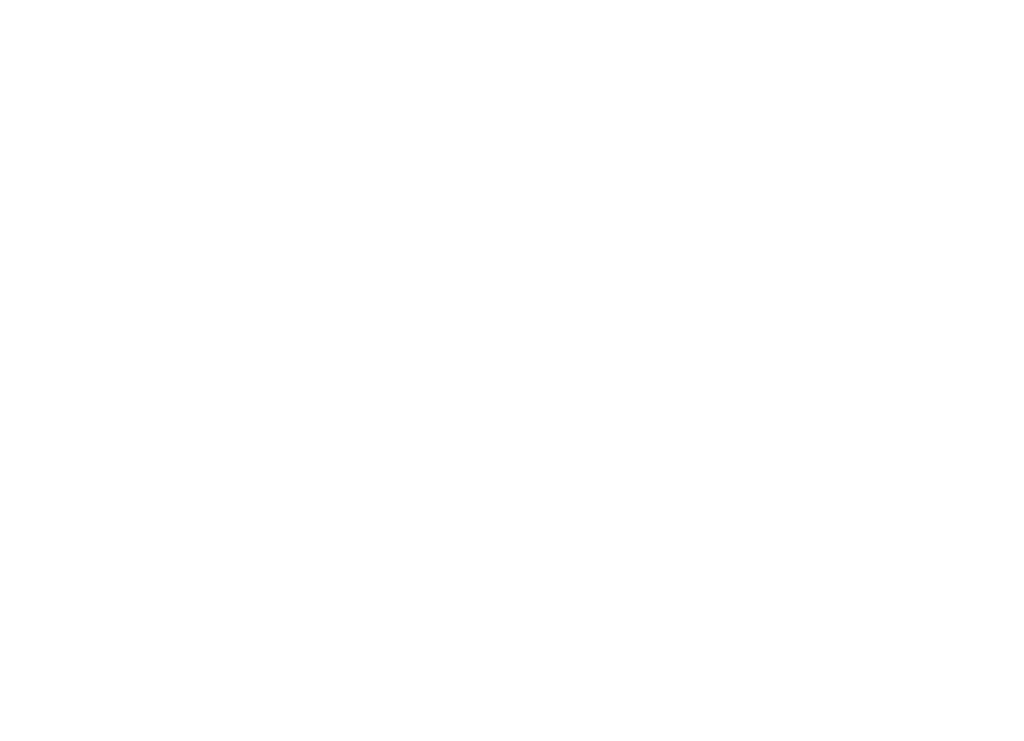
<source format=kicad_pcb>
(kicad_pcb (version 20240108) (generator pcbnew)
  (layers (0 "F.Cu" signal) (31 "B.Cu" signal) (34 "B.Paste" user) (35 "F.Paste" user) (36 "B.SilkS" user "B.Silkscreen") (37 "F.SilkS" user "F.Silkscreen") (38 "B.Mask" user) (39 "F.Mask" user) (44 "Edge.Cuts" user))
  (net 0 "")
  (footprint "MountingHole_8.4mm_M8" (layer "F.Cu") (at 0 0)
    (property "Reference" "REF**")
    (property "Value" "MountingHole_8.4mm_M8")
    (pad "" np_thru_hole circle (at 0 0) (size 8.4 8.4) (drill 8.4) (layers *.Cu *.Mask))
  )
)
</source>
